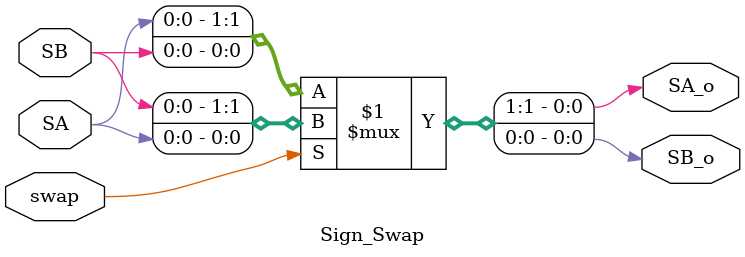
<source format=v>
`timescale 1ns / 1ps


module Sign_Swap(
input SA,
input SB,
input swap,
output SA_o,
output SB_o
    );
assign {SA_o,SB_o} = swap ? {SB,SA} : {SA,SB};
endmodule

</source>
